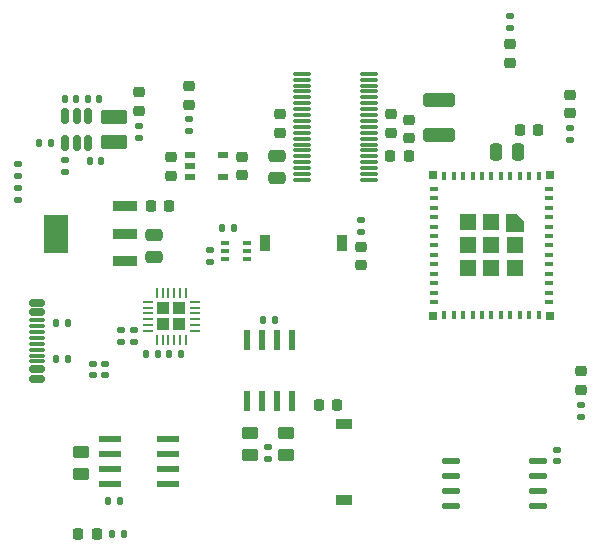
<source format=gtp>
G04 #@! TF.GenerationSoftware,KiCad,Pcbnew,8.0.6*
G04 #@! TF.CreationDate,2024-11-26T20:52:07-08:00*
G04 #@! TF.ProjectId,Constellation Stack V1.1,436f6e73-7465-46c6-9c61-74696f6e2053,rev?*
G04 #@! TF.SameCoordinates,Original*
G04 #@! TF.FileFunction,Paste,Top*
G04 #@! TF.FilePolarity,Positive*
%FSLAX46Y46*%
G04 Gerber Fmt 4.6, Leading zero omitted, Abs format (unit mm)*
G04 Created by KiCad (PCBNEW 8.0.6) date 2024-11-26 20:52:07*
%MOMM*%
%LPD*%
G01*
G04 APERTURE LIST*
G04 Aperture macros list*
%AMRoundRect*
0 Rectangle with rounded corners*
0 $1 Rounding radius*
0 $2 $3 $4 $5 $6 $7 $8 $9 X,Y pos of 4 corners*
0 Add a 4 corners polygon primitive as box body*
4,1,4,$2,$3,$4,$5,$6,$7,$8,$9,$2,$3,0*
0 Add four circle primitives for the rounded corners*
1,1,$1+$1,$2,$3*
1,1,$1+$1,$4,$5*
1,1,$1+$1,$6,$7*
1,1,$1+$1,$8,$9*
0 Add four rect primitives between the rounded corners*
20,1,$1+$1,$2,$3,$4,$5,0*
20,1,$1+$1,$4,$5,$6,$7,0*
20,1,$1+$1,$6,$7,$8,$9,0*
20,1,$1+$1,$8,$9,$2,$3,0*%
G04 Aperture macros list end*
%ADD10C,0.010000*%
%ADD11R,0.889000X1.397000*%
%ADD12R,1.397000X0.889000*%
%ADD13RoundRect,0.225000X0.225000X0.250000X-0.225000X0.250000X-0.225000X-0.250000X0.225000X-0.250000X0*%
%ADD14RoundRect,0.250000X0.850000X-0.375000X0.850000X0.375000X-0.850000X0.375000X-0.850000X-0.375000X0*%
%ADD15RoundRect,0.135000X-0.135000X-0.185000X0.135000X-0.185000X0.135000X0.185000X-0.135000X0.185000X0*%
%ADD16RoundRect,0.135000X-0.185000X0.135000X-0.185000X-0.135000X0.185000X-0.135000X0.185000X0.135000X0*%
%ADD17RoundRect,0.135000X0.185000X-0.135000X0.185000X0.135000X-0.185000X0.135000X-0.185000X-0.135000X0*%
%ADD18RoundRect,0.140000X-0.170000X0.140000X-0.170000X-0.140000X0.170000X-0.140000X0.170000X0.140000X0*%
%ADD19RoundRect,0.073750X-0.221250X0.801250X-0.221250X-0.801250X0.221250X-0.801250X0.221250X0.801250X0*%
%ADD20RoundRect,0.250000X-1.100000X0.325000X-1.100000X-0.325000X1.100000X-0.325000X1.100000X0.325000X0*%
%ADD21RoundRect,0.250000X-0.450000X0.262500X-0.450000X-0.262500X0.450000X-0.262500X0.450000X0.262500X0*%
%ADD22R,0.952500X0.508000*%
%ADD23RoundRect,0.075000X0.662500X0.075000X-0.662500X0.075000X-0.662500X-0.075000X0.662500X-0.075000X0*%
%ADD24RoundRect,0.218750X0.256250X-0.218750X0.256250X0.218750X-0.256250X0.218750X-0.256250X-0.218750X0*%
%ADD25RoundRect,0.140000X-0.140000X-0.170000X0.140000X-0.170000X0.140000X0.170000X-0.140000X0.170000X0*%
%ADD26RoundRect,0.225000X-0.250000X0.225000X-0.250000X-0.225000X0.250000X-0.225000X0.250000X0.225000X0*%
%ADD27RoundRect,0.250000X0.450000X-0.262500X0.450000X0.262500X-0.450000X0.262500X-0.450000X-0.262500X0*%
%ADD28RoundRect,0.135000X0.135000X0.185000X-0.135000X0.185000X-0.135000X-0.185000X0.135000X-0.185000X0*%
%ADD29RoundRect,0.250000X-0.295000X-0.295000X0.295000X-0.295000X0.295000X0.295000X-0.295000X0.295000X0*%
%ADD30RoundRect,0.062500X-0.350000X-0.062500X0.350000X-0.062500X0.350000X0.062500X-0.350000X0.062500X0*%
%ADD31RoundRect,0.062500X-0.062500X-0.350000X0.062500X-0.350000X0.062500X0.350000X-0.062500X0.350000X0*%
%ADD32RoundRect,0.218750X-0.256250X0.218750X-0.256250X-0.218750X0.256250X-0.218750X0.256250X0.218750X0*%
%ADD33RoundRect,0.150000X-0.500000X0.150000X-0.500000X-0.150000X0.500000X-0.150000X0.500000X0.150000X0*%
%ADD34RoundRect,0.075000X-0.575000X0.075000X-0.575000X-0.075000X0.575000X-0.075000X0.575000X0.075000X0*%
%ADD35RoundRect,0.140000X0.140000X0.170000X-0.140000X0.170000X-0.140000X-0.170000X0.140000X-0.170000X0*%
%ADD36RoundRect,0.133350X-0.615950X-0.133350X0.615950X-0.133350X0.615950X0.133350X-0.615950X0.133350X0*%
%ADD37RoundRect,0.140000X0.170000X-0.140000X0.170000X0.140000X-0.170000X0.140000X-0.170000X-0.140000X0*%
%ADD38R,0.650000X0.400000*%
%ADD39RoundRect,0.225000X-0.225000X-0.250000X0.225000X-0.250000X0.225000X0.250000X-0.225000X0.250000X0*%
%ADD40RoundRect,0.250000X-0.475000X0.250000X-0.475000X-0.250000X0.475000X-0.250000X0.475000X0.250000X0*%
%ADD41RoundRect,0.150000X-0.150000X0.512500X-0.150000X-0.512500X0.150000X-0.512500X0.150000X0.512500X0*%
%ADD42R,1.981200X0.540800*%
%ADD43RoundRect,0.250000X0.250000X0.475000X-0.250000X0.475000X-0.250000X-0.475000X0.250000X-0.475000X0*%
%ADD44R,0.400000X0.800000*%
%ADD45R,0.800000X0.400000*%
%ADD46R,1.450000X1.450000*%
%ADD47R,0.700000X0.700000*%
%ADD48RoundRect,0.250000X0.475000X-0.250000X0.475000X0.250000X-0.475000X0.250000X-0.475000X-0.250000X0*%
%ADD49RoundRect,0.218750X-0.218750X-0.256250X0.218750X-0.256250X0.218750X0.256250X-0.218750X0.256250X0*%
%ADD50R,2.150000X0.950000*%
%ADD51R,2.150000X3.250000*%
G04 APERTURE END LIST*
D10*
X73945000Y-44525000D02*
X73945000Y-45375000D01*
X72495000Y-45375000D01*
X72495000Y-43925000D01*
X73345000Y-43925000D01*
X73945000Y-44525000D01*
G36*
X73945000Y-44525000D02*
G01*
X73945000Y-45375000D01*
X72495000Y-45375000D01*
X72495000Y-43925000D01*
X73345000Y-43925000D01*
X73945000Y-44525000D01*
G37*
D11*
X52094999Y-46390318D03*
X58595001Y-46390318D03*
D12*
X58760000Y-68190002D03*
X58760000Y-61690000D03*
D13*
X58185000Y-60090000D03*
X56635000Y-60090000D03*
D14*
X39300000Y-35715000D03*
X39300000Y-37865000D03*
D15*
X32940000Y-37930000D03*
X33960000Y-37930000D03*
D16*
X35190000Y-39360001D03*
X35190000Y-40379999D03*
D17*
X78860000Y-60101250D03*
X78860000Y-61121250D03*
D18*
X39940000Y-53797500D03*
X39940000Y-54757500D03*
D17*
X47470000Y-48040000D03*
X47470000Y-47020000D03*
D19*
X54385000Y-54635000D03*
X53115000Y-54635000D03*
X51845000Y-54635000D03*
X50575000Y-54635000D03*
X50575000Y-59805000D03*
X51845000Y-59805000D03*
X53115000Y-59805000D03*
X54385000Y-59805000D03*
D20*
X66840000Y-34265000D03*
X66840000Y-37215000D03*
D18*
X38549999Y-56630000D03*
X38549999Y-57590000D03*
D15*
X48460000Y-45090000D03*
X49480000Y-45090000D03*
D21*
X53880000Y-62492500D03*
X53880000Y-64317500D03*
D16*
X72810000Y-27160000D03*
X72810000Y-28180000D03*
D22*
X45762050Y-38930040D03*
X45762050Y-39880000D03*
X45762050Y-40829960D03*
X48517950Y-40829960D03*
X48517950Y-38930040D03*
D23*
X60922500Y-41060000D03*
X60922500Y-40560000D03*
X60922500Y-40060000D03*
X60922500Y-39560000D03*
X60922500Y-39060000D03*
X60922500Y-38560000D03*
X60922500Y-38060000D03*
X60922500Y-37560000D03*
X60922500Y-37060000D03*
X60922500Y-36560000D03*
X60922500Y-36060000D03*
X60922500Y-35560000D03*
X60922500Y-35060000D03*
X60922500Y-34560000D03*
X60922500Y-34060000D03*
X60922500Y-33560000D03*
X60922500Y-33060000D03*
X60922500Y-32560000D03*
X60922500Y-32060000D03*
X55197500Y-32060000D03*
X55197500Y-32560000D03*
X55197500Y-33060000D03*
X55197500Y-33560000D03*
X55197500Y-34060000D03*
X55197500Y-34560000D03*
X55197500Y-35060000D03*
X55197500Y-35560000D03*
X55197500Y-36060000D03*
X55197500Y-36560000D03*
X55197500Y-37060000D03*
X55197500Y-37560000D03*
X55197500Y-38060000D03*
X55197500Y-38560000D03*
X55197500Y-39060000D03*
X55197500Y-39560000D03*
X55197500Y-40060000D03*
X55197500Y-40560000D03*
X55197500Y-41060000D03*
D24*
X72810000Y-31145000D03*
X72810000Y-29570000D03*
D25*
X35160000Y-34170000D03*
X36120000Y-34170000D03*
D26*
X64310000Y-35965000D03*
X64310000Y-37515000D03*
D27*
X36490000Y-65922500D03*
X36490000Y-64097500D03*
D28*
X43020001Y-55807500D03*
X42000001Y-55807500D03*
D29*
X43495000Y-51935000D03*
X43495000Y-53285000D03*
X44845000Y-51935000D03*
X44845000Y-53285000D03*
D30*
X42207500Y-51360000D03*
X42207500Y-51860000D03*
X42207500Y-52360000D03*
X42207500Y-52860000D03*
X42207500Y-53360000D03*
X42207500Y-53860000D03*
D31*
X42920000Y-54572500D03*
X43420000Y-54572500D03*
X43920000Y-54572500D03*
X44420000Y-54572500D03*
X44920000Y-54572500D03*
X45420000Y-54572500D03*
D30*
X46132500Y-53860000D03*
X46132500Y-53360000D03*
X46132500Y-52860000D03*
X46132500Y-52360000D03*
X46132500Y-51860000D03*
X46132500Y-51360000D03*
D31*
X45420000Y-50647500D03*
X44920000Y-50647500D03*
X44420000Y-50647500D03*
X43920000Y-50647500D03*
X43420000Y-50647500D03*
X42920000Y-50647500D03*
D26*
X60215001Y-46745318D03*
X60215001Y-48295318D03*
D16*
X60215450Y-44480318D03*
X60215450Y-45500318D03*
D26*
X50170000Y-39095000D03*
X50170000Y-40645000D03*
D27*
X50860000Y-64320000D03*
X50860000Y-62495000D03*
D16*
X31200000Y-39720002D03*
X31200000Y-40740002D03*
D28*
X40130000Y-71050000D03*
X39110000Y-71050000D03*
D32*
X45640001Y-33142502D03*
X45640001Y-34717502D03*
X41460000Y-33645000D03*
X41460000Y-35220000D03*
D26*
X62730000Y-35515000D03*
X62730000Y-37065000D03*
D32*
X78860000Y-58818751D03*
X78860000Y-57243751D03*
D28*
X44970000Y-55817500D03*
X43950000Y-55817500D03*
D33*
X32760000Y-51470000D03*
X32760000Y-52270000D03*
D34*
X32760000Y-53420000D03*
X32760000Y-54420000D03*
X32760000Y-54920000D03*
X32760000Y-55920000D03*
D33*
X32760000Y-57070000D03*
X32760000Y-57870000D03*
X32760000Y-57870000D03*
X32760000Y-57070000D03*
D34*
X32760000Y-56420000D03*
X32760000Y-55420000D03*
X32760000Y-53920000D03*
X32760000Y-52920000D03*
D33*
X32760000Y-52270000D03*
X32760000Y-51470000D03*
D35*
X39790000Y-68250000D03*
X38830000Y-68250000D03*
D36*
X67882400Y-64875000D03*
X67882400Y-66145000D03*
X67882400Y-67415000D03*
X67882400Y-68685000D03*
X75197600Y-68685000D03*
X75197600Y-67415000D03*
X75197600Y-66145000D03*
X75197600Y-64875000D03*
D37*
X76850000Y-64860000D03*
X76850000Y-63900000D03*
D26*
X44100001Y-39155001D03*
X44100001Y-40705001D03*
D38*
X48710000Y-46410000D03*
X48710000Y-47060000D03*
X48710000Y-47710000D03*
X50610000Y-47710000D03*
X50610000Y-47060000D03*
X50610000Y-46410000D03*
D17*
X41460000Y-37519999D03*
X41460000Y-36499999D03*
D39*
X42410000Y-43300000D03*
X43960000Y-43300000D03*
D40*
X42710000Y-45690000D03*
X42710000Y-47590000D03*
D16*
X31190000Y-41760000D03*
X31190000Y-42780000D03*
D15*
X34400000Y-56180000D03*
X35420000Y-56180000D03*
D26*
X53330000Y-35515000D03*
X53330000Y-37065000D03*
D15*
X34410000Y-53140000D03*
X35430000Y-53140000D03*
D41*
X37099999Y-35655000D03*
X36150000Y-35655000D03*
X35200001Y-35655000D03*
X35200001Y-37930000D03*
X36150000Y-37930000D03*
X37099999Y-37930000D03*
D17*
X45640000Y-36940000D03*
X45640000Y-35920000D03*
D18*
X52370000Y-63707500D03*
X52370000Y-64667500D03*
D42*
X43904999Y-66795000D03*
X43904999Y-65525000D03*
X43904999Y-64255000D03*
X43904999Y-62985000D03*
X38975001Y-62985000D03*
X38975001Y-64255000D03*
X38975001Y-65525000D03*
X38975001Y-66795000D03*
D17*
X77960000Y-37710000D03*
X77960000Y-36690000D03*
D43*
X73550000Y-38650000D03*
X71650000Y-38650000D03*
D35*
X38070000Y-34170000D03*
X37110000Y-34170000D03*
D18*
X37540000Y-56610000D03*
X37540000Y-57570000D03*
D44*
X75270000Y-40700000D03*
X74470000Y-40700000D03*
X73670000Y-40700000D03*
X72870000Y-40700000D03*
X72070000Y-40700000D03*
X71270000Y-40700000D03*
X70470000Y-40700000D03*
X69670000Y-40700000D03*
X68870000Y-40700000D03*
X68070000Y-40700000D03*
X67270000Y-40700000D03*
D45*
X66370000Y-41800000D03*
X66370000Y-42600000D03*
X66370000Y-43400000D03*
X66370000Y-44200000D03*
X66370000Y-45000000D03*
X66370000Y-45800000D03*
X66370000Y-46600000D03*
X66370000Y-47400000D03*
X66370000Y-48200000D03*
X66370000Y-49000000D03*
X66370000Y-49800000D03*
X66370000Y-50600000D03*
X66370000Y-51400000D03*
D44*
X67270000Y-52500000D03*
X68070000Y-52500000D03*
X68870000Y-52500000D03*
X69670000Y-52500000D03*
X70470000Y-52500000D03*
X71270000Y-52500000D03*
X72070000Y-52500000D03*
X72870000Y-52500000D03*
X73670000Y-52500000D03*
X74470000Y-52500000D03*
X75270000Y-52500000D03*
D45*
X76170000Y-51400000D03*
X76170000Y-50600000D03*
X76170000Y-49800000D03*
X76170000Y-49000000D03*
X76170000Y-48200000D03*
X76170000Y-47400000D03*
X76170000Y-46600000D03*
X76170000Y-45800000D03*
X76170000Y-45000000D03*
X76170000Y-44200000D03*
X76170000Y-43400000D03*
X76170000Y-42600000D03*
X76170000Y-41800000D03*
D46*
X71270000Y-46600000D03*
D47*
X76220000Y-52550000D03*
X66320000Y-52550000D03*
X66320000Y-40650000D03*
X76220000Y-40650000D03*
D46*
X71270000Y-44650000D03*
X69320000Y-44650000D03*
X69320000Y-46600000D03*
X69320000Y-48550000D03*
X71270000Y-48550000D03*
X73220000Y-48550000D03*
X73220000Y-46600000D03*
D48*
X53140000Y-40900000D03*
X53140000Y-39000000D03*
D32*
X77960000Y-33822500D03*
X77960000Y-35397500D03*
D49*
X36272501Y-71050000D03*
X37847501Y-71050000D03*
D25*
X51950000Y-52940000D03*
X52910000Y-52940000D03*
D39*
X62695000Y-39060000D03*
X64245000Y-39060000D03*
D25*
X38220000Y-39440000D03*
X37260000Y-39440000D03*
D18*
X40980001Y-53797500D03*
X40980001Y-54757500D03*
D50*
X40230000Y-47900000D03*
X40230000Y-45600000D03*
X40230000Y-43300000D03*
D51*
X34430000Y-45600000D03*
D39*
X73655000Y-36850000D03*
X75205000Y-36850000D03*
M02*

</source>
